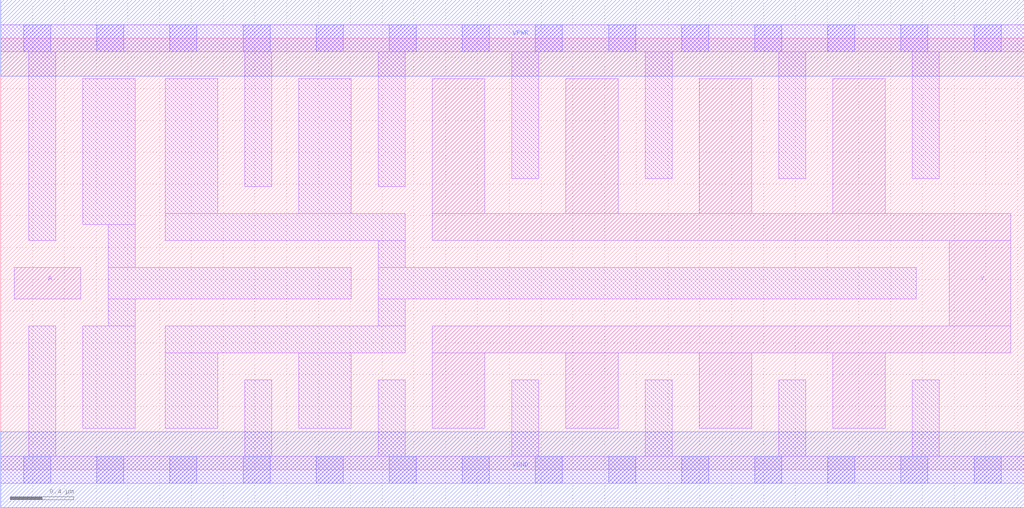
<source format=lef>
# Copyright 2020 The SkyWater PDK Authors
#
# Licensed under the Apache License, Version 2.0 (the "License");
# you may not use this file except in compliance with the License.
# You may obtain a copy of the License at
#
#     https://www.apache.org/licenses/LICENSE-2.0
#
# Unless required by applicable law or agreed to in writing, software
# distributed under the License is distributed on an "AS IS" BASIS,
# WITHOUT WARRANTIES OR CONDITIONS OF ANY KIND, either express or implied.
# See the License for the specific language governing permissions and
# limitations under the License.
#
# SPDX-License-Identifier: Apache-2.0

VERSION 5.7 ;
  NOWIREEXTENSIONATPIN ON ;
  DIVIDERCHAR "/" ;
  BUSBITCHARS "[]" ;
UNITS
  DATABASE MICRONS 200 ;
END UNITS
MACRO sky130_fd_sc_hd__bufinv_8
  CLASS CORE ;
  FOREIGN sky130_fd_sc_hd__bufinv_8 ;
  ORIGIN  0.000000  0.000000 ;
  SIZE  6.440000 BY  2.720000 ;
  SYMMETRY X Y R90 ;
  SITE unithd ;
  PIN A
    ANTENNAGATEAREA  0.247500 ;
    DIRECTION INPUT ;
    USE SIGNAL ;
    PORT
      LAYER li1 ;
        RECT 0.085000 1.075000 0.505000 1.275000 ;
    END
  END A
  PIN Y
    ANTENNADIFFAREA  1.782000 ;
    DIRECTION OUTPUT ;
    USE SIGNAL ;
    PORT
      LAYER li1 ;
        RECT 2.715000 0.260000 3.045000 0.735000 ;
        RECT 2.715000 0.735000 6.355000 0.905000 ;
        RECT 2.715000 1.445000 6.355000 1.615000 ;
        RECT 2.715000 1.615000 3.045000 2.465000 ;
        RECT 3.555000 0.260000 3.885000 0.735000 ;
        RECT 3.555000 1.615000 3.885000 2.465000 ;
        RECT 4.395000 0.260000 4.725000 0.735000 ;
        RECT 4.395000 1.615000 4.725000 2.465000 ;
        RECT 5.235000 0.260000 5.565000 0.735000 ;
        RECT 5.235000 1.615000 5.565000 2.465000 ;
        RECT 5.970000 0.905000 6.355000 1.445000 ;
    END
  END Y
  PIN VGND
    DIRECTION INOUT ;
    SHAPE ABUTMENT ;
    USE GROUND ;
    PORT
      LAYER met1 ;
        RECT 0.000000 -0.240000 6.440000 0.240000 ;
    END
  END VGND
  PIN VPWR
    DIRECTION INOUT ;
    SHAPE ABUTMENT ;
    USE POWER ;
    PORT
      LAYER met1 ;
        RECT 0.000000 2.480000 6.440000 2.960000 ;
    END
  END VPWR
  OBS
    LAYER li1 ;
      RECT 0.000000 -0.085000 6.440000 0.085000 ;
      RECT 0.000000  2.635000 6.440000 2.805000 ;
      RECT 0.175000  0.085000 0.345000 0.905000 ;
      RECT 0.175000  1.445000 0.345000 2.635000 ;
      RECT 0.515000  0.260000 0.845000 0.905000 ;
      RECT 0.515000  1.545000 0.845000 2.465000 ;
      RECT 0.675000  0.905000 0.845000 1.075000 ;
      RECT 0.675000  1.075000 2.205000 1.275000 ;
      RECT 0.675000  1.275000 0.845000 1.545000 ;
      RECT 1.035000  0.260000 1.365000 0.735000 ;
      RECT 1.035000  0.735000 2.545000 0.905000 ;
      RECT 1.035000  1.445000 2.545000 1.615000 ;
      RECT 1.035000  1.615000 1.365000 2.465000 ;
      RECT 1.535000  0.085000 1.705000 0.565000 ;
      RECT 1.535000  1.785000 1.705000 2.635000 ;
      RECT 1.875000  0.260000 2.205000 0.735000 ;
      RECT 1.875000  1.615000 2.205000 2.465000 ;
      RECT 2.375000  0.085000 2.545000 0.565000 ;
      RECT 2.375000  0.905000 2.545000 1.075000 ;
      RECT 2.375000  1.075000 5.760000 1.275000 ;
      RECT 2.375000  1.275000 2.545000 1.445000 ;
      RECT 2.375000  1.785000 2.545000 2.635000 ;
      RECT 3.215000  0.085000 3.385000 0.565000 ;
      RECT 3.215000  1.835000 3.385000 2.635000 ;
      RECT 4.055000  0.085000 4.225000 0.565000 ;
      RECT 4.055000  1.835000 4.225000 2.635000 ;
      RECT 4.895000  0.085000 5.065000 0.565000 ;
      RECT 4.895000  1.835000 5.065000 2.635000 ;
      RECT 5.735000  0.085000 5.905000 0.565000 ;
      RECT 5.735000  1.835000 5.905000 2.635000 ;
    LAYER mcon ;
      RECT 0.145000 -0.085000 0.315000 0.085000 ;
      RECT 0.145000  2.635000 0.315000 2.805000 ;
      RECT 0.605000 -0.085000 0.775000 0.085000 ;
      RECT 0.605000  2.635000 0.775000 2.805000 ;
      RECT 1.065000 -0.085000 1.235000 0.085000 ;
      RECT 1.065000  2.635000 1.235000 2.805000 ;
      RECT 1.525000 -0.085000 1.695000 0.085000 ;
      RECT 1.525000  2.635000 1.695000 2.805000 ;
      RECT 1.985000 -0.085000 2.155000 0.085000 ;
      RECT 1.985000  2.635000 2.155000 2.805000 ;
      RECT 2.445000 -0.085000 2.615000 0.085000 ;
      RECT 2.445000  2.635000 2.615000 2.805000 ;
      RECT 2.905000 -0.085000 3.075000 0.085000 ;
      RECT 2.905000  2.635000 3.075000 2.805000 ;
      RECT 3.365000 -0.085000 3.535000 0.085000 ;
      RECT 3.365000  2.635000 3.535000 2.805000 ;
      RECT 3.825000 -0.085000 3.995000 0.085000 ;
      RECT 3.825000  2.635000 3.995000 2.805000 ;
      RECT 4.285000 -0.085000 4.455000 0.085000 ;
      RECT 4.285000  2.635000 4.455000 2.805000 ;
      RECT 4.745000 -0.085000 4.915000 0.085000 ;
      RECT 4.745000  2.635000 4.915000 2.805000 ;
      RECT 5.205000 -0.085000 5.375000 0.085000 ;
      RECT 5.205000  2.635000 5.375000 2.805000 ;
      RECT 5.665000 -0.085000 5.835000 0.085000 ;
      RECT 5.665000  2.635000 5.835000 2.805000 ;
      RECT 6.125000 -0.085000 6.295000 0.085000 ;
      RECT 6.125000  2.635000 6.295000 2.805000 ;
  END
END sky130_fd_sc_hd__bufinv_8
END LIBRARY

</source>
